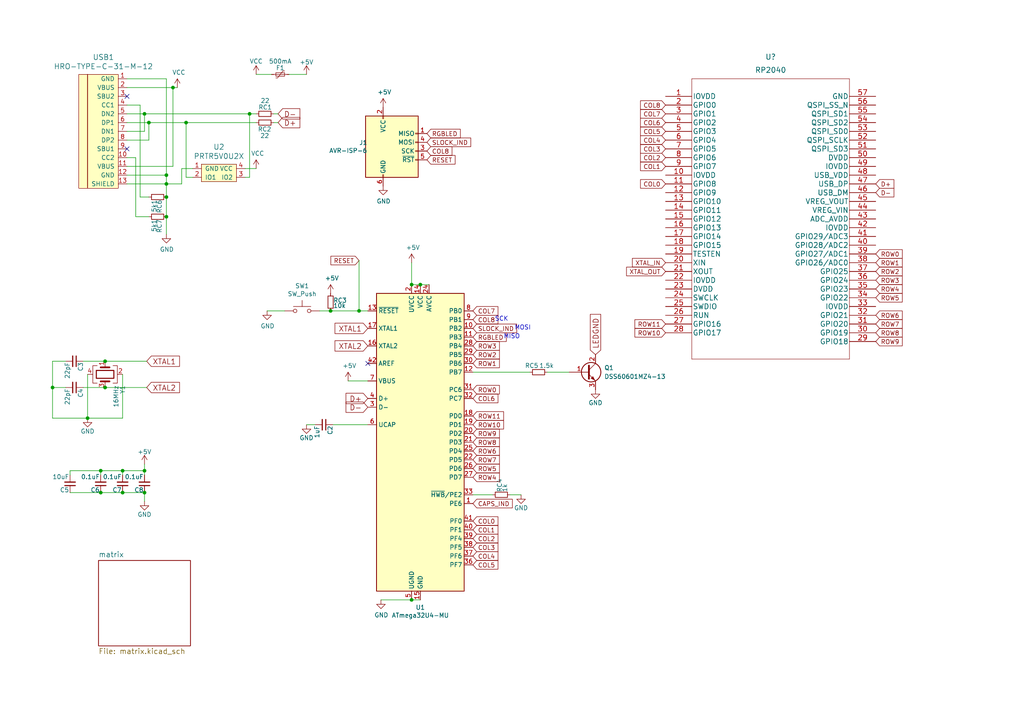
<source format=kicad_sch>
(kicad_sch (version 20211123) (generator eeschema)
  (paper "A4")
  (lib_symbols
    (symbol "Connector:AVR-ISP-6" (pin_names (offset 1.016))
      (property "Reference" "J" (at -6.35 11.43 0))
      (property "Value" "AVR-ISP-6" (at 0 11.43 0))
      (symbol "AVR-ISP-6_0_1"
        (rectangle (start -2.667 -6.858) (end -2.413 -7.62))
        (rectangle (start -2.667 10.16) (end -2.413 9.398))
        (rectangle (start 7.62 -2.413) (end 6.858 -2.667))
        (rectangle (start 7.62 0.127) (end 6.858 -0.127))
        (rectangle (start 7.62 2.667) (end 6.858 2.413))
        (rectangle (start 7.62 5.207) (end 6.858 4.953))
        (rectangle (start 7.62 10.16) (end -7.62 -7.62) (stroke (width 0.254)) (fill (type background)))
      )
      (symbol "AVR-ISP-6_1_1"
        (pin passive line (at 10.16 5.08 180) (length 2.54) (name "MISO") (number "1"))
        (pin passive line (at -2.54 12.7 270) (length 2.54) (name "VCC") (number "2"))
        (pin passive line (at 10.16 0 180) (length 2.54) (name "SCK") (number "3"))
        (pin passive line (at 10.16 2.54 180) (length 2.54) (name "MOSI") (number "4"))
        (pin passive line (at 10.16 -2.54 180) (length 2.54) (name "~{RST}") (number "5"))
        (pin passive line (at -2.54 -10.16 90) (length 2.54) (name "GND") (number "6"))
      )
    )
    (symbol "Device:C_Small" (pin_numbers hide) (pin_names (offset 0.254) hide)
      (property "Reference" "C" (at 0.254 1.778 0))
      (property "Value" "C_Small" (at 0.254 -2.032 0))
      (symbol "C_Small_0_1"
        (polyline (pts (xy -1.524 -0.508) (xy 1.524 -0.508)) (stroke (width 0.3302)))
        (polyline (pts (xy -1.524 0.508) (xy 1.524 0.508)) (stroke (width 0.3048)))
      )
      (symbol "C_Small_1_1"
        (pin passive line (at 0 2.54 270) (length 2.032) (name "~") (number "1"))
        (pin passive line (at 0 -2.54 90) (length 2.032) (name "~") (number "2"))
      )
    )
    (symbol "Device:Crystal_GND24" (pin_names (offset 1.016) hide)
      (property "Reference" "Y" (at 3.175 5.08 0))
      (property "Value" "Crystal_GND24" (at 3.175 3.175 0))
      (symbol "Crystal_GND24_0_1"
        (rectangle (start -1.143 2.54) (end 1.143 -2.54) (stroke (width 0.3048)))
        (polyline (pts (xy -2.54 0) (xy -2.032 0)))
        (polyline (pts (xy -2.032 -1.27) (xy -2.032 1.27)) (stroke (width 0.508)))
        (polyline (pts (xy 0 -3.81) (xy 0 -3.556)))
        (polyline (pts (xy 0 3.556) (xy 0 3.81)))
        (polyline (pts (xy 2.032 -1.27) (xy 2.032 1.27)) (stroke (width 0.508)))
        (polyline (pts (xy 2.032 0) (xy 2.54 0)))
        (polyline (pts (xy -2.54 -2.286) (xy -2.54 -3.556) (xy 2.54 -3.556) (xy 2.54 -2.286)))
        (polyline (pts (xy -2.54 2.286) (xy -2.54 3.556) (xy 2.54 3.556) (xy 2.54 2.286)))
      )
      (symbol "Crystal_GND24_1_1"
        (pin passive line (at -3.81 0 0) (length 1.27) (name "1") (number "1"))
        (pin passive line (at 0 5.08 270) (length 1.27) (name "2") (number "2"))
        (pin passive line (at 3.81 0 180) (length 1.27) (name "3") (number "3"))
        (pin passive line (at 0 -5.08 90) (length 1.27) (name "4") (number "4"))
      )
    )
    (symbol "Device:Polyfuse_Small" (pin_numbers hide) (pin_names (offset 0))
      (property "Reference" "F" (at -1.905 0 90))
      (property "Value" "Polyfuse_Small" (at 1.905 0 90))
      (symbol "Polyfuse_Small_0_1"
        (rectangle (start -0.508 1.27) (end 0.508 -1.27))
        (polyline (pts (xy 0 2.54) (xy 0 -2.54)))
        (polyline (pts (xy -1.016 1.27) (xy -1.016 0.762) (xy 1.016 -0.762) (xy 1.016 -1.27)))
      )
      (symbol "Polyfuse_Small_1_1"
        (pin passive line (at 0 2.54 270) (length 0.635) (name "~") (number "1"))
        (pin passive line (at 0 -2.54 90) (length 0.635) (name "~") (number "2"))
      )
    )
    (symbol "Device:Q_NPN_BCE" (pin_names (offset 0) hide)
      (property "Reference" "Q" (at 5.08 1.27 0))
      (property "Value" "Q_NPN_BCE" (at 5.08 -1.27 0))
      (symbol "Q_NPN_BCE_0_1"
        (polyline (pts (xy 0.635 0.635) (xy 2.54 2.54)))
        (polyline (pts (xy 0.635 -0.635) (xy 2.54 -2.54) (xy 2.54 -2.54)))
        (polyline (pts (xy 0.635 1.905) (xy 0.635 -1.905) (xy 0.635 -1.905)) (stroke (width 0.508)))
        (polyline (pts (xy 1.27 -1.778) (xy 1.778 -1.27) (xy 2.286 -2.286) (xy 1.27 -1.778) (xy 1.27 -1.778)) (fill (type outline)))
        (circle (center 1.27 0) (radius 2.8194) (stroke (width 0.254)))
      )
      (symbol "Q_NPN_BCE_1_1"
        (pin input line (at -5.08 0 0) (length 5.715) (name "B") (number "1"))
        (pin passive line (at 2.54 5.08 270) (length 2.54) (name "C") (number "2"))
        (pin passive line (at 2.54 -5.08 90) (length 2.54) (name "E") (number "3"))
      )
    )
    (symbol "Device:R_Small" (pin_numbers hide) (pin_names (offset 0.254) hide)
      (property "Reference" "R" (at 0.762 0.508 0))
      (property "Value" "R_Small" (at 0.762 -1.016 0))
      (symbol "R_Small_0_1"
        (rectangle (start -0.762 1.778) (end 0.762 -1.778) (stroke (width 0.2032)))
      )
      (symbol "R_Small_1_1"
        (pin passive line (at 0 2.54 270) (length 0.762) (name "~") (number "1"))
        (pin passive line (at 0 -2.54 90) (length 0.762) (name "~") (number "2"))
      )
    )
    (symbol "MCU_Microchip_ATmega:ATmega32U4-MU"
      (property "Reference" "U" (at -12.7 44.45 0))
      (property "Value" "MCU_Microchip_ATmega_ATmega32U4-MU" (at 2.54 -44.45 0))
      (symbol "ATmega32U4-MU_0_1"
        (rectangle (start -12.7 -43.18) (end 12.7 43.18) (stroke (width 0.254)) (fill (type background)))
      )
      (symbol "ATmega32U4-MU_1_1"
        (pin tri_state line (at 15.24 -17.78 180) (length 2.54) (name "PE6") (number "1"))
        (pin tri_state line (at 15.24 33.02 180) (length 2.54) (name "PB2") (number "10"))
        (pin tri_state line (at 15.24 30.48 180) (length 2.54) (name "PB3") (number "11"))
        (pin tri_state line (at 15.24 20.32 180) (length 2.54) (name "PB7") (number "12"))
        (pin input line (at -15.24 38.1 0) (length 2.54) (name "~{RESET}") (number "13"))
        (pin power_in line (at 0 45.72 270) (length 2.54) (name "VCC") (number "14"))
        (pin power_in line (at 0 -45.72 90) (length 2.54) (name "GND") (number "15"))
        (pin output line (at -15.24 27.94 0) (length 2.54) (name "XTAL2") (number "16"))
        (pin input line (at -15.24 33.02 0) (length 2.54) (name "XTAL1") (number "17"))
        (pin tri_state line (at 15.24 7.62 180) (length 2.54) (name "PD0") (number "18"))
        (pin tri_state line (at 15.24 5.08 180) (length 2.54) (name "PD1") (number "19"))
        (pin power_in line (at -2.54 45.72 270) (length 2.54) (name "UVCC") (number "2"))
        (pin tri_state line (at 15.24 2.54 180) (length 2.54) (name "PD2") (number "20"))
        (pin tri_state line (at 15.24 0 180) (length 2.54) (name "PD3") (number "21"))
        (pin tri_state line (at 15.24 -5.08 180) (length 2.54) (name "PD5") (number "22"))
        (pin passive line (at 0 -45.72 90) (length 2.54) hide (name "GND") (number "23"))
        (pin power_in line (at 2.54 45.72 270) (length 2.54) (name "AVCC") (number "24"))
        (pin tri_state line (at 15.24 -2.54 180) (length 2.54) (name "PD4") (number "25"))
        (pin tri_state line (at 15.24 -7.62 180) (length 2.54) (name "PD6") (number "26"))
        (pin tri_state line (at 15.24 -10.16 180) (length 2.54) (name "PD7") (number "27"))
        (pin tri_state line (at 15.24 27.94 180) (length 2.54) (name "PB4") (number "28"))
        (pin tri_state line (at 15.24 25.4 180) (length 2.54) (name "PB5") (number "29"))
        (pin bidirectional line (at -15.24 10.16 0) (length 2.54) (name "D-") (number "3"))
        (pin tri_state line (at 15.24 22.86 180) (length 2.54) (name "PB6") (number "30"))
        (pin tri_state line (at 15.24 15.24 180) (length 2.54) (name "PC6") (number "31"))
        (pin tri_state line (at 15.24 12.7 180) (length 2.54) (name "PC7") (number "32"))
        (pin tri_state line (at 15.24 -15.24 180) (length 2.54) (name "~{HWB}/PE2") (number "33"))
        (pin passive line (at 0 45.72 270) (length 2.54) hide (name "VCC") (number "34"))
        (pin passive line (at 0 -45.72 90) (length 2.54) hide (name "GND") (number "35"))
        (pin tri_state line (at 15.24 -35.56 180) (length 2.54) (name "PF7") (number "36"))
        (pin tri_state line (at 15.24 -33.02 180) (length 2.54) (name "PF6") (number "37"))
        (pin tri_state line (at 15.24 -30.48 180) (length 2.54) (name "PF5") (number "38"))
        (pin tri_state line (at 15.24 -27.94 180) (length 2.54) (name "PF4") (number "39"))
        (pin bidirectional line (at -15.24 12.7 0) (length 2.54) (name "D+") (number "4"))
        (pin tri_state line (at 15.24 -25.4 180) (length 2.54) (name "PF1") (number "40"))
        (pin tri_state line (at 15.24 -22.86 180) (length 2.54) (name "PF0") (number "41"))
        (pin passive line (at -15.24 22.86 0) (length 2.54) (name "AREF") (number "42"))
        (pin passive line (at 0 -45.72 90) (length 2.54) hide (name "GND") (number "43"))
        (pin passive line (at 2.54 45.72 270) (length 2.54) hide (name "AVCC") (number "44"))
        (pin passive line (at 0 -45.72 90) (length 2.54) hide (name "GND") (number "45"))
        (pin passive line (at -2.54 -45.72 90) (length 2.54) (name "UGND") (number "5"))
        (pin passive line (at -15.24 5.08 0) (length 2.54) (name "UCAP") (number "6"))
        (pin input line (at -15.24 17.78 0) (length 2.54) (name "VBUS") (number "7"))
        (pin tri_state line (at 15.24 38.1 180) (length 2.54) (name "PB0") (number "8"))
        (pin tri_state line (at 15.24 35.56 180) (length 2.54) (name "PB1") (number "9"))
      )
    )
    (symbol "Switch:SW_Push" (pin_numbers hide) (pin_names (offset 1.016) hide)
      (property "Reference" "SW" (at 1.27 2.54 0))
      (property "Value" "SW_Push" (at 0 -1.524 0))
      (symbol "SW_Push_0_1"
        (circle (center -2.032 0) (radius 0.508))
        (polyline (pts (xy 0 1.27) (xy 0 3.048)))
        (polyline (pts (xy 2.54 1.27) (xy -2.54 1.27)))
        (circle (center 2.032 0) (radius 0.508))
        (pin passive line (at -5.08 0 0) (length 2.54) (name "1") (number "1"))
        (pin passive line (at 5.08 0 180) (length 2.54) (name "2") (number "2"))
      )
    )
    (symbol "Type-C:HRO-TYPE-C-31-M-12" (pin_names (offset 1.016))
      (property "Reference" "USB" (at -5.08 16.51 0))
      (property "Value" "Type-C_HRO-TYPE-C-31-M-12" (at -10.16 -1.27 90))
      (symbol "HRO-TYPE-C-31-M-12_0_1"
        (rectangle (start -11.43 15.24) (end -8.89 -17.78) (fill (type background)))
        (rectangle (start 0 -17.78) (end -8.89 15.24) (fill (type background)))
      )
      (symbol "HRO-TYPE-C-31-M-12_1_1"
        (pin input line (at 2.54 13.97 180) (length 2.54) (name "GND") (number "1"))
        (pin input line (at 2.54 -8.89 180) (length 2.54) (name "CC2") (number "10"))
        (pin input line (at 2.54 -11.43 180) (length 2.54) (name "VBUS") (number "11"))
        (pin input line (at 2.54 -13.97 180) (length 2.54) (name "GND") (number "12"))
        (pin input line (at 2.54 -16.51 180) (length 2.54) (name "SHIELD") (number "13"))
        (pin input line (at 2.54 11.43 180) (length 2.54) (name "VBUS") (number "2"))
        (pin input line (at 2.54 8.89 180) (length 2.54) (name "SBU2") (number "3"))
        (pin input line (at 2.54 6.35 180) (length 2.54) (name "CC1") (number "4"))
        (pin input line (at 2.54 3.81 180) (length 2.54) (name "DN2") (number "5"))
        (pin input line (at 2.54 1.27 180) (length 2.54) (name "DP1") (number "6"))
        (pin input line (at 2.54 -1.27 180) (length 2.54) (name "DN1") (number "7"))
        (pin input line (at 2.54 -3.81 180) (length 2.54) (name "DP2") (number "8"))
        (pin input line (at 2.54 -6.35 180) (length 2.54) (name "SBU1") (number "9"))
      )
    )
    (symbol "ai03-locallib:PRTR5V0U2X" (pin_names (offset 1.016))
      (property "Reference" "U" (at 0 3.81 0))
      (property "Value" "ai03-locallib_PRTR5V0U2X" (at 0 -3.81 0))
      (symbol "PRTR5V0U2X_0_1"
        (rectangle (start -5.08 2.54) (end 5.08 -2.54) (fill (type background)))
      )
      (symbol "PRTR5V0U2X_1_1"
        (pin input line (at -7.62 1.27 0) (length 2.54) (name "GND") (number "1"))
        (pin input line (at -7.62 -1.27 0) (length 2.54) (name "IO1") (number "2"))
        (pin input line (at 7.62 -1.27 180) (length 2.54) (name "IO2") (number "3"))
        (pin input line (at 7.62 1.27 180) (length 2.54) (name "VCC") (number "4"))
      )
    )
    (symbol "power:+5V" (power) (pin_names (offset 0))
      (property "Value" "+5V" (at 0 3.556 0))
      (symbol "+5V_0_1"
        (polyline (pts (xy -0.762 1.27) (xy 0 2.54)))
        (polyline (pts (xy 0 0) (xy 0 2.54)))
        (polyline (pts (xy 0 2.54) (xy 0.762 1.27)))
      )
      (symbol "+5V_1_1"
        (pin power_in line (at 0 0 90) (length 0) hide (name "+5V") (number "1"))
      )
    )
    (symbol "power:GND" (power) (pin_names (offset 0))
      (property "Value" "GND" (at 0 -3.81 0))
      (symbol "GND_0_1"
        (polyline (pts (xy 0 0) (xy 0 -1.27) (xy 1.27 -1.27) (xy 0 -2.54) (xy -1.27 -1.27) (xy 0 -1.27)))
      )
      (symbol "GND_1_1"
        (pin power_in line (at 0 0 270) (length 0) hide (name "GND") (number "1"))
      )
    )
    (symbol "power:VCC" (power) (pin_names (offset 0))
      (property "Value" "VCC" (at 0 3.81 0))
      (symbol "VCC_0_1"
        (polyline (pts (xy -0.762 1.27) (xy 0 2.54)))
        (polyline (pts (xy 0 0) (xy 0 2.54)))
        (polyline (pts (xy 0 2.54) (xy 0.762 1.27)))
      )
      (symbol "VCC_1_1"
        (pin power_in line (at 0 0 90) (length 0) hide (name "VCC") (number "1"))
      )
    )
    (symbol "rp2040:RP2040" (pin_names (offset 0.254))
      (property "Reference" "U" (at 30.48 10.16 0))
      (property "Value" "RP2040" (at 30.48 7.62 0))
      (symbol "RP2040_1_1"
        (polyline (pts (xy 7.62 -76.2) (xy 53.34 -76.2)) (stroke (width 0.127)))
        (polyline (pts (xy 7.62 5.08) (xy 7.62 -76.2)) (stroke (width 0.127)))
        (polyline (pts (xy 53.34 -76.2) (xy 53.34 5.08)) (stroke (width 0.127)))
        (polyline (pts (xy 53.34 5.08) (xy 7.62 5.08)) (stroke (width 0.127)))
        (pin power_in line (at 0 0 0) (length 7.62) (name "IOVDD") (number "1"))
        (pin power_in line (at 0 -22.86 0) (length 7.62) (name "IOVDD") (number "10"))
        (pin bidirectional line (at 0 -25.4 0) (length 7.62) (name "GPIO8") (number "11"))
        (pin bidirectional line (at 0 -27.94 0) (length 7.62) (name "GPIO9") (number "12"))
        (pin bidirectional line (at 0 -30.48 0) (length 7.62) (name "GPIO10") (number "13"))
        (pin bidirectional line (at 0 -33.02 0) (length 7.62) (name "GPIO11") (number "14"))
        (pin bidirectional line (at 0 -35.56 0) (length 7.62) (name "GPIO12") (number "15"))
        (pin bidirectional line (at 0 -38.1 0) (length 7.62) (name "GPIO13") (number "16"))
        (pin bidirectional line (at 0 -40.64 0) (length 7.62) (name "GPIO14") (number "17"))
        (pin bidirectional line (at 0 -43.18 0) (length 7.62) (name "GPIO15") (number "18"))
        (pin unspecified line (at 0 -45.72 0) (length 7.62) (name "TESTEN") (number "19"))
        (pin bidirectional line (at 0 -2.54 0) (length 7.62) (name "GPIO0") (number "2"))
        (pin unspecified line (at 0 -48.26 0) (length 7.62) (name "XIN") (number "20"))
        (pin output line (at 0 -50.8 0) (length 7.62) (name "XOUT") (number "21"))
        (pin power_in line (at 0 -53.34 0) (length 7.62) (name "IOVDD") (number "22"))
        (pin power_in line (at 0 -55.88 0) (length 7.62) (name "DVDD") (number "23"))
        (pin unspecified line (at 0 -58.42 0) (length 7.62) (name "SWCLK") (number "24"))
        (pin unspecified line (at 0 -60.96 0) (length 7.62) (name "SWDIO") (number "25"))
        (pin unspecified line (at 0 -63.5 0) (length 7.62) (name "RUN") (number "26"))
        (pin bidirectional line (at 0 -66.04 0) (length 7.62) (name "GPIO16") (number "27"))
        (pin bidirectional line (at 0 -68.58 0) (length 7.62) (name "GPIO17") (number "28"))
        (pin bidirectional line (at 60.96 -71.12 180) (length 7.62) (name "GPIO18") (number "29"))
        (pin bidirectional line (at 0 -5.08 0) (length 7.62) (name "GPIO1") (number "3"))
        (pin bidirectional line (at 60.96 -68.58 180) (length 7.62) (name "GPIO19") (number "30"))
        (pin bidirectional line (at 60.96 -66.04 180) (length 7.62) (name "GPIO20") (number "31"))
        (pin bidirectional line (at 60.96 -63.5 180) (length 7.62) (name "GPIO21") (number "32"))
        (pin power_in line (at 60.96 -60.96 180) (length 7.62) (name "IOVDD") (number "33"))
        (pin bidirectional line (at 60.96 -58.42 180) (length 7.62) (name "GPIO22") (number "34"))
        (pin bidirectional line (at 60.96 -55.88 180) (length 7.62) (name "GPIO23") (number "35"))
        (pin bidirectional line (at 60.96 -53.34 180) (length 7.62) (name "GPIO24") (number "36"))
        (pin bidirectional line (at 60.96 -50.8 180) (length 7.62) (name "GPIO25") (number "37"))
        (pin bidirectional line (at 60.96 -48.26 180) (length 7.62) (name "GPIO26/ADC0") (number "38"))
        (pin bidirectional line (at 60.96 -45.72 180) (length 7.62) (name "GPIO27/ADC1") (number "39"))
        (pin bidirectional line (at 0 -7.62 0) (length 7.62) (name "GPIO2") (number "4"))
        (pin bidirectional line (at 60.96 -43.18 180) (length 7.62) (name "GPIO28/ADC2") (number "40"))
        (pin bidirectional line (at 60.96 -40.64 180) (length 7.62) (name "GPIO29/ADC3") (number "41"))
        (pin power_in line (at 60.96 -38.1 180) (length 7.62) (name "IOVDD") (number "42"))
        (pin power_in line (at 60.96 -35.56 180) (length 7.62) (name "ADC_AVDD") (number "43"))
        (pin unspecified line (at 60.96 -33.02 180) (length 7.62) (name "VREG_VIN") (number "44"))
        (pin output line (at 60.96 -30.48 180) (length 7.62) (name "VREG_VOUT") (number "45"))
        (pin unspecified line (at 60.96 -27.94 180) (length 7.62) (name "USB_DM") (number "46"))
        (pin unspecified line (at 60.96 -25.4 180) (length 7.62) (name "USB_DP") (number "47"))
        (pin power_in line (at 60.96 -22.86 180) (length 7.62) (name "USB_VDD") (number "48"))
        (pin power_in line (at 60.96 -20.32 180) (length 7.62) (name "IOVDD") (number "49"))
        (pin bidirectional line (at 0 -10.16 0) (length 7.62) (name "GPIO3") (number "5"))
        (pin power_in line (at 60.96 -17.78 180) (length 7.62) (name "DVDD") (number "50"))
        (pin bidirectional line (at 60.96 -15.24 180) (length 7.62) (name "QSPI_SD3") (number "51"))
        (pin unspecified line (at 60.96 -12.7 180) (length 7.62) (name "QSPI_SCLK") (number "52"))
        (pin bidirectional line (at 60.96 -10.16 180) (length 7.62) (name "QSPI_SD0") (number "53"))
        (pin bidirectional line (at 60.96 -7.62 180) (length 7.62) (name "QSPI_SD2") (number "54"))
        (pin bidirectional line (at 60.96 -5.08 180) (length 7.62) (name "QSPI_SD1") (number "55"))
        (pin unspecified line (at 60.96 -2.54 180) (length 7.62) (name "QSPI_SS_N") (number "56"))
        (pin power_in line (at 60.96 0 180) (length 7.62) (name "GND") (number "57"))
        (pin bidirectional line (at 0 -12.7 0) (length 7.62) (name "GPIO4") (number "6"))
        (pin bidirectional line (at 0 -15.24 0) (length 7.62) (name "GPIO5") (number "7"))
        (pin bidirectional line (at 0 -17.78 0) (length 7.62) (name "GPIO6") (number "8"))
        (pin bidirectional line (at 0 -20.32 0) (length 7.62) (name "GPIO7") (number "9"))
      )
    )
  )
  (junction (at 104.14 90.17))
  (junction (at 41.91 136.525))
  (junction (at 25.4 121.285))
  (junction (at 48.26 50.8))
  (junction (at 48.26 62.865))
  (junction (at 41.91 33.02))
  (junction (at 48.26 53.34))
  (junction (at 119.38 82.55))
  (junction (at 43.18 35.56))
  (junction (at 30.48 104.775))
  (junction (at 50.165 25.4))
  (junction (at 121.92 82.55))
  (junction (at 35.56 136.525))
  (junction (at 119.38 173.99))
  (junction (at 72.39 33.02))
  (junction (at 30.48 112.395))
  (junction (at 53.975 35.56))
  (junction (at 35.56 142.875))
  (junction (at 29.21 136.525))
  (junction (at 41.91 142.875))
  (junction (at 48.26 57.15))
  (junction (at 29.21 142.875))
  (junction (at 95.885 90.17))
  (junction (at 15.24 112.395))
  (no_connect (at 36.83 27.94))
  (no_connect (at 106.68 105.41))
  (no_connect (at 36.83 43.18))
  (wire (pts (xy 48.26 53.34) (xy 48.26 50.8)))
  (wire (pts (xy 158.75 107.95) (xy 165.1 107.95)))
  (wire (pts (xy 110.49 173.99) (xy 119.38 173.99)))
  (wire (pts (xy 121.92 82.55) (xy 124.46 82.55)))
  (wire (pts (xy 15.24 104.775) (xy 15.24 112.395)))
  (wire (pts (xy 48.26 50.8) (xy 36.83 50.8)))
  (wire (pts (xy 100.965 110.49) (xy 106.68 110.49)))
  (wire (pts (xy 41.91 33.02) (xy 72.39 33.02)))
  (wire (pts (xy 19.05 104.775) (xy 15.24 104.775)))
  (wire (pts (xy 153.67 107.95) (xy 137.16 107.95)))
  (wire (pts (xy 41.91 142.875) (xy 41.91 145.415)))
  (wire (pts (xy 39.37 45.72) (xy 39.37 62.865)))
  (wire (pts (xy 147.955 143.51) (xy 151.13 143.51)))
  (wire (pts (xy 15.24 112.395) (xy 19.05 112.395)))
  (wire (pts (xy 52.705 48.895) (xy 55.88 48.895)))
  (wire (pts (xy 40.64 57.15) (xy 43.18 57.15)))
  (wire (pts (xy 40.64 30.48) (xy 36.83 30.48)))
  (wire (pts (xy 50.165 48.26) (xy 50.165 25.4)))
  (wire (pts (xy 36.83 22.86) (xy 48.26 22.86)))
  (wire (pts (xy 29.21 136.525) (xy 35.56 136.525)))
  (wire (pts (xy 35.56 142.875) (xy 41.91 142.875)))
  (wire (pts (xy 95.885 90.17) (xy 104.14 90.17)))
  (wire (pts (xy 35.56 136.525) (xy 41.91 136.525)))
  (wire (pts (xy 43.18 35.56) (xy 36.83 35.56)))
  (wire (pts (xy 48.26 53.34) (xy 48.26 57.15)))
  (wire (pts (xy 48.26 57.15) (xy 48.26 62.865)))
  (wire (pts (xy 53.975 51.435) (xy 53.975 35.56)))
  (wire (pts (xy 104.14 90.17) (xy 106.68 90.17)))
  (wire (pts (xy 41.91 38.1) (xy 36.83 38.1)))
  (wire (pts (xy 30.48 112.395) (xy 42.545 112.395)))
  (wire (pts (xy 35.56 136.525) (xy 35.56 137.795)))
  (wire (pts (xy 119.38 173.99) (xy 121.92 173.99)))
  (wire (pts (xy 24.13 112.395) (xy 30.48 112.395)))
  (wire (pts (xy 35.56 121.285) (xy 35.56 108.585)))
  (wire (pts (xy 79.375 33.02) (xy 80.645 33.02)))
  (wire (pts (xy 142.875 143.51) (xy 137.16 143.51)))
  (wire (pts (xy 96.52 123.19) (xy 106.68 123.19)))
  (wire (pts (xy 82.55 90.17) (xy 77.47 90.17)))
  (wire (pts (xy 92.71 90.17) (xy 95.885 90.17)))
  (wire (pts (xy 25.4 121.285) (xy 25.4 108.585)))
  (wire (pts (xy 25.4 121.285) (xy 35.56 121.285)))
  (wire (pts (xy 43.18 40.64) (xy 43.18 35.56)))
  (wire (pts (xy 36.83 45.72) (xy 39.37 45.72)))
  (wire (pts (xy 51.435 25.4) (xy 50.165 25.4)))
  (wire (pts (xy 88.9 123.19) (xy 91.44 123.19)))
  (wire (pts (xy 36.83 33.02) (xy 41.91 33.02)))
  (wire (pts (xy 15.24 112.395) (xy 15.24 121.285)))
  (wire (pts (xy 104.14 75.565) (xy 104.14 90.17)))
  (wire (pts (xy 20.32 142.875) (xy 29.21 142.875)))
  (wire (pts (xy 36.83 53.34) (xy 48.26 53.34)))
  (wire (pts (xy 29.21 142.875) (xy 35.56 142.875)))
  (wire (pts (xy 55.88 51.435) (xy 53.975 51.435)))
  (wire (pts (xy 74.295 21.59) (xy 78.74 21.59)))
  (wire (pts (xy 41.91 134.62) (xy 41.91 136.525)))
  (wire (pts (xy 48.26 62.865) (xy 48.26 67.945)))
  (wire (pts (xy 53.975 35.56) (xy 74.295 35.56)))
  (wire (pts (xy 48.26 22.86) (xy 48.26 50.8)))
  (wire (pts (xy 36.83 40.64) (xy 43.18 40.64)))
  (wire (pts (xy 41.91 136.525) (xy 41.91 137.795)))
  (wire (pts (xy 71.12 51.435) (xy 72.39 51.435)))
  (wire (pts (xy 119.38 82.55) (xy 121.92 82.55)))
  (wire (pts (xy 48.26 53.34) (xy 52.705 53.34)))
  (wire (pts (xy 36.83 48.26) (xy 50.165 48.26)))
  (wire (pts (xy 43.18 35.56) (xy 53.975 35.56)))
  (wire (pts (xy 15.24 121.285) (xy 25.4 121.285)))
  (wire (pts (xy 20.32 136.525) (xy 20.32 137.795)))
  (wire (pts (xy 41.91 33.02) (xy 41.91 38.1)))
  (wire (pts (xy 119.38 76.2) (xy 119.38 82.55)))
  (wire (pts (xy 50.165 25.4) (xy 36.83 25.4)))
  (wire (pts (xy 29.21 136.525) (xy 29.21 137.795)))
  (wire (pts (xy 72.39 33.02) (xy 74.295 33.02)))
  (wire (pts (xy 30.48 104.775) (xy 42.545 104.775)))
  (wire (pts (xy 52.705 53.34) (xy 52.705 48.895)))
  (wire (pts (xy 24.13 104.775) (xy 30.48 104.775)))
  (wire (pts (xy 40.64 57.15) (xy 40.64 30.48)))
  (wire (pts (xy 80.645 35.56) (xy 79.375 35.56)))
  (wire (pts (xy 74.295 48.895) (xy 71.12 48.895)))
  (wire (pts (xy 83.82 21.59) (xy 88.9 21.59)))
  (wire (pts (xy 39.37 62.865) (xy 43.18 62.865)))
  (wire (pts (xy 20.32 136.525) (xy 29.21 136.525)))
  (wire (pts (xy 72.39 51.435) (xy 72.39 33.02)))
  (text "MISO" (at 146.05 98.425 0) (effects (font (size 1.27 1.27)) (justify left bottom)))
  (text "MOSI" (at 149.225 95.885 0) (effects (font (size 1.27 1.27)) (justify left bottom)))
  (text "SCK" (at 143.51 93.345 0) (effects (font (size 1.27 1.27)) (justify left bottom)))
  (global_label "XTAL1" (shape input) (at 42.545 104.775 0) (effects (font (size 1.524 1.524))) (property "Intersheet References" "${INTERSHEET_REFS}" (effects hide)))
  (global_label "RESET" (shape input) (at 104.14 75.565 180) (property "Intersheet References" "${INTERSHEET_REFS}" (effects hide)))
  (global_label "ROW0" (shape input) (at 137.16 113.03 0) (property "Intersheet References" "${INTERSHEET_REFS}" (effects hide)))
  (global_label "COL4" (shape input) (at 193.04 40.64 180) (property "Intersheet References" "${INTERSHEET_REFS}" (effects hide)))
  (global_label "ROW3" (shape input) (at 254 81.28 0) (property "Intersheet References" "${INTERSHEET_REFS}" (effects hide)))
  (global_label "ROW11" (shape input) (at 137.16 120.65 0) (property "Intersheet References" "${INTERSHEET_REFS}" (effects hide)))
  (global_label "COL3" (shape input) (at 193.04 43.18 180) (property "Intersheet References" "${INTERSHEET_REFS}" (effects hide)))
  (global_label "ROW9" (shape input) (at 254 99.06 0) (property "Intersheet References" "${INTERSHEET_REFS}" (effects hide)))
  (global_label "COL1" (shape input) (at 193.04 48.26 180) (property "Intersheet References" "${INTERSHEET_REFS}" (effects hide)))
  (global_label "RGBLED" (shape input) (at 123.825 38.735 0) (property "Intersheet References" "${INTERSHEET_REFS}" (effects hide)))
  (global_label "ROW8" (shape input) (at 254 96.52 0) (property "Intersheet References" "${INTERSHEET_REFS}" (effects hide)))
  (global_label "ROW6" (shape input) (at 254 91.44 0) (property "Intersheet References" "${INTERSHEET_REFS}" (effects hide)))
  (global_label "COL2" (shape input) (at 193.04 45.72 180) (property "Intersheet References" "${INTERSHEET_REFS}" (effects hide)))
  (global_label "COL0" (shape input) (at 193.04 53.34 180) (property "Intersheet References" "${INTERSHEET_REFS}" (effects hide)))
  (global_label "ROW9" (shape input) (at 137.16 125.73 0) (property "Intersheet References" "${INTERSHEET_REFS}" (effects hide)))
  (global_label "ROW4" (shape input) (at 137.16 138.43 0) (property "Intersheet References" "${INTERSHEET_REFS}" (effects hide)))
  (global_label "COL8" (shape input) (at 137.16 92.71 0) (property "Intersheet References" "${INTERSHEET_REFS}" (effects hide)))
  (global_label "D-" (shape input) (at 80.645 33.02 0) (effects (font (size 1.524 1.524))) (property "Intersheet References" "${INTERSHEET_REFS}" (effects hide)))
  (global_label "D+" (shape input) (at 80.645 35.56 0) (effects (font (size 1.524 1.524))) (property "Intersheet References" "${INTERSHEET_REFS}" (effects hide)))
  (global_label "XTAL_IN" (shape input) (at 193.04 76.2 180) (property "Intersheet References" "${INTERSHEET_REFS}" (effects hide)))
  (global_label "COL3" (shape input) (at 137.16 158.75 0) (property "Intersheet References" "${INTERSHEET_REFS}" (effects hide)))
  (global_label "D+" (shape input) (at 254 53.34 0) (property "Intersheet References" "${INTERSHEET_REFS}" (effects hide)))
  (global_label "SLOCK_IND" (shape input) (at 123.825 41.275 0) (property "Intersheet References" "${INTERSHEET_REFS}" (effects hide)))
  (global_label "ROW5" (shape input) (at 254 86.36 0) (property "Intersheet References" "${INTERSHEET_REFS}" (effects hide)))
  (global_label "RESET" (shape input) (at 123.825 46.355 0) (property "Intersheet References" "${INTERSHEET_REFS}" (effects hide)))
  (global_label "ROW1" (shape input) (at 254 76.2 0) (property "Intersheet References" "${INTERSHEET_REFS}" (effects hide)))
  (global_label "CAPS_IND" (shape input) (at 137.16 146.05 0) (property "Intersheet References" "${INTERSHEET_REFS}" (effects hide)))
  (global_label "ROW5" (shape input) (at 137.16 135.89 0) (property "Intersheet References" "${INTERSHEET_REFS}" (effects hide)))
  (global_label "COL5" (shape input) (at 137.16 163.83 0) (property "Intersheet References" "${INTERSHEET_REFS}" (effects hide)))
  (global_label "ROW11" (shape input) (at 193.04 93.98 180) (property "Intersheet References" "${INTERSHEET_REFS}" (effects hide)))
  (global_label "ROW1" (shape input) (at 137.16 105.41 0) (property "Intersheet References" "${INTERSHEET_REFS}" (effects hide)))
  (global_label "ROW7" (shape input) (at 254 93.98 0) (property "Intersheet References" "${INTERSHEET_REFS}" (effects hide)))
  (global_label "COL6" (shape input) (at 137.16 115.57 0) (property "Intersheet References" "${INTERSHEET_REFS}" (effects hide)))
  (global_label "XTAL2" (shape input) (at 42.545 112.395 0) (effects (font (size 1.524 1.524))) (property "Intersheet References" "${INTERSHEET_REFS}" (effects hide)))
  (global_label "COL5" (shape input) (at 193.04 38.1 180) (property "Intersheet References" "${INTERSHEET_REFS}" (effects hide)))
  (global_label "LEDGND" (shape input) (at 172.72 102.87 90) (effects (font (size 1.524 1.524))) (property "Intersheet References" "${INTERSHEET_REFS}" (effects hide)))
  (global_label "COL7" (shape input) (at 137.16 90.17 0) (property "Intersheet References" "${INTERSHEET_REFS}" (effects hide)))
  (global_label "COL2" (shape input) (at 137.16 156.21 0) (property "Intersheet References" "${INTERSHEET_REFS}" (effects hide)))
  (global_label "COL8" (shape input) (at 123.825 43.815 0) (property "Intersheet References" "${INTERSHEET_REFS}" (effects hide)))
  (global_label "ROW10" (shape input) (at 137.16 123.19 0) (property "Intersheet References" "${INTERSHEET_REFS}" (effects hide)))
  (global_label "D-" (shape input) (at 106.68 118.11 180) (effects (font (size 1.524 1.524))) (property "Intersheet References" "${INTERSHEET_REFS}" (effects hide)))
  (global_label "COL4" (shape input) (at 137.16 161.29 0) (property "Intersheet References" "${INTERSHEET_REFS}" (effects hide)))
  (global_label "ROW8" (shape input) (at 137.16 128.27 0) (property "Intersheet References" "${INTERSHEET_REFS}" (effects hide)))
  (global_label "XTAL_OUT" (shape input) (at 193.04 78.74 180) (property "Intersheet References" "${INTERSHEET_REFS}" (effects hide)))
  (global_label "D-" (shape input) (at 254 55.88 0) (property "Intersheet References" "${INTERSHEET_REFS}" (effects hide)))
  (global_label "SLOCK_IND" (shape input) (at 137.16 95.25 0) (property "Intersheet References" "${INTERSHEET_REFS}" (effects hide)))
  (global_label "COL0" (shape input) (at 137.16 151.13 0) (property "Intersheet References" "${INTERSHEET_REFS}" (effects hide)))
  (global_label "ROW3" (shape input) (at 137.16 100.33 0) (property "Intersheet References" "${INTERSHEET_REFS}" (effects hide)))
  (global_label "ROW0" (shape input) (at 254 73.66 0) (property "Intersheet References" "${INTERSHEET_REFS}" (effects hide)))
  (global_label "RGBLED" (shape input) (at 137.16 97.79 0) (property "Intersheet References" "${INTERSHEET_REFS}" (effects hide)))
  (global_label "D+" (shape input) (at 106.68 115.57 180) (effects (font (size 1.524 1.524))) (property "Intersheet References" "${INTERSHEET_REFS}" (effects hide)))
  (global_label "ROW6" (shape input) (at 137.16 130.81 0) (property "Intersheet References" "${INTERSHEET_REFS}" (effects hide)))
  (global_label "XTAL1" (shape input) (at 106.68 95.25 180) (effects (font (size 1.524 1.524))) (property "Intersheet References" "${INTERSHEET_REFS}" (effects hide)))
  (global_label "XTAL2" (shape input) (at 106.68 100.33 180) (effects (font (size 1.524 1.524))) (property "Intersheet References" "${INTERSHEET_REFS}" (effects hide)))
  (global_label "COL7" (shape input) (at 193.04 33.02 180) (property "Intersheet References" "${INTERSHEET_REFS}" (effects hide)))
  (global_label "COL6" (shape input) (at 193.04 35.56 180) (property "Intersheet References" "${INTERSHEET_REFS}" (effects hide)))
  (global_label "ROW2" (shape input) (at 254 78.74 0) (property "Intersheet References" "${INTERSHEET_REFS}" (effects hide)))
  (global_label "COL1" (shape input) (at 137.16 153.67 0) (property "Intersheet References" "${INTERSHEET_REFS}" (effects hide)))
  (global_label "ROW4" (shape input) (at 254 83.82 0) (property "Intersheet References" "${INTERSHEET_REFS}" (effects hide)))
  (global_label "ROW7" (shape input) (at 137.16 133.35 0) (property "Intersheet References" "${INTERSHEET_REFS}" (effects hide)))
  (global_label "ROW10" (shape input) (at 193.04 96.52 180) (property "Intersheet References" "${INTERSHEET_REFS}" (effects hide)))
  (global_label "COL8" (shape input) (at 193.04 30.48 180) (property "Intersheet References" "${INTERSHEET_REFS}" (effects hide)))
  (global_label "ROW2" (shape input) (at 137.16 102.87 0) (property "Intersheet References" "${INTERSHEET_REFS}" (effects hide)))
  (symbol (lib_id "Device:Polyfuse_Small") (at 81.28 21.59 270) (unit 1)
    (property "Reference" "F1" (at 81.28 19.685 90))
    (property "Value" "500mA" (at 81.28 17.78 90))
    (property "Footprint" "Fuse_Holders_and_Fuses:Fuse_SMD1206_Wave" (effects hide))
  )
  (symbol (lib_id "power:+5V") (at 88.9 21.59 0) (unit 1)
    (property "Reference" "#PWR01" (effects hide))
    (property "Value" "+5V" (at 88.9 18.034 0))
  )
  (symbol (lib_id "Device:R_Small") (at 76.835 33.02 270) (unit 1)
    (property "Reference" "RC1" (at 74.93 31.115 90) (effects (justify left)))
    (property "Value" "22" (at 75.565 29.21 90) (effects (justify left)))
    (property "Footprint" "locallib:R_0603" (effects hide))
  )
  (symbol (lib_id "Device:R_Small") (at 76.835 35.56 90) (unit 1)
    (property "Reference" "RC2" (at 78.74 37.465 90) (effects (justify left)))
    (property "Value" "22" (at 78.105 39.37 90) (effects (justify left)))
    (property "Footprint" "locallib:R_0603" (effects hide))
  )
  (symbol (lib_id "Device:Q_NPN_BCE") (at 170.18 107.95 0) (unit 1)
    (property "Reference" "Q1" (at 175.26 106.68 0) (effects (justify left)))
    (property "Value" "DSS60601MZ4-13" (at 175.26 109.22 0) (effects (justify left)))
    (property "Footprint" "TO_SOT_Packages_SMD:SOT-223-3_TabPin2" (effects hide))
  )
  (symbol (lib_id "power:GND") (at 172.72 113.03 0) (unit 1)
    (property "Reference" "#PWR02" (effects hide))
    (property "Value" "GND" (at 172.72 116.84 0))
  )
  (symbol (lib_id "Device:R_Small") (at 156.21 107.95 90) (unit 1)
    (property "Reference" "RC5" (at 156.21 106.045 90) (effects (justify left)))
    (property "Value" "1.5k" (at 160.655 106.045 90) (effects (justify left)))
    (property "Footprint" "locallib:R_0603" (effects hide))
  )
  (symbol (lib_id "power:VCC") (at 74.295 21.59 0) (unit 1)
    (property "Reference" "#PWR03" (effects hide))
    (property "Value" "VCC" (at 74.295 17.78 0))
  )
  (symbol (lib_id "Device:R_Small") (at 95.885 87.63 0) (unit 1)
    (property "Reference" "RC3" (at 96.647 87.122 0) (effects (justify left)))
    (property "Value" "10k" (at 96.647 88.646 0) (effects (justify left)))
    (property "Footprint" "locallib:R_0603" (effects hide))
  )
  (symbol (lib_id "Device:C_Small") (at 93.98 123.19 270) (unit 1)
    (property "Reference" "C2" (at 95.758 123.444 0) (effects (justify left)))
    (property "Value" "1uF" (at 91.948 123.444 0) (effects (justify left)))
    (property "Footprint" "locallib:C_0603" (effects hide))
  )
  (symbol (lib_id "power:GND") (at 88.9 123.19 0) (unit 1)
    (property "Reference" "#PWR08" (effects hide))
    (property "Value" "GND" (at 88.9 127 0))
  )
  (symbol (lib_id "Device:Crystal_GND24") (at 30.48 108.585 270) (unit 1)
    (property "Reference" "Y1" (at 35.56 111.76 0) (effects (justify left)))
    (property "Value" "16MHz" (at 33.655 111.76 0) (effects (justify left)))
    (property "Footprint" "locallib:Crystal_SMD_3225-4pin_3.2x2.5mm" (effects hide))
  )
  (symbol (lib_id "power:GND") (at 25.4 121.285 0) (unit 1)
    (property "Reference" "#PWR09" (effects hide))
    (property "Value" "GND" (at 25.4 125.095 0))
  )
  (symbol (lib_id "Device:C_Small") (at 21.59 104.775 270) (unit 1)
    (property "Reference" "C3" (at 23.368 105.029 0) (effects (justify left)))
    (property "Value" "22pF" (at 19.558 105.029 0) (effects (justify left)))
    (property "Footprint" "locallib:C_0603" (effects hide))
  )
  (symbol (lib_id "Device:C_Small") (at 21.59 112.395 270) (unit 1)
    (property "Reference" "C4" (at 23.368 112.649 0) (effects (justify left)))
    (property "Value" "22pF" (at 19.558 112.649 0) (effects (justify left)))
    (property "Footprint" "locallib:C_0603" (effects hide))
  )
  (symbol (lib_id "Device:R_Small") (at 145.415 143.51 90) (unit 1)
    (property "Reference" "RC4" (at 144.907 142.748 0) (effects (justify left)))
    (property "Value" "1k" (at 146.431 142.748 0) (effects (justify left)))
    (property "Footprint" "locallib:R_0603" (effects hide))
  )
  (symbol (lib_id "power:GND") (at 151.13 143.51 0) (unit 1)
    (property "Reference" "#PWR011" (effects hide))
    (property "Value" "GND" (at 151.13 147.32 0))
  )
  (symbol (lib_id "Device:C_Small") (at 29.21 140.335 180) (unit 1)
    (property "Reference" "C6" (at 28.956 142.113 0) (effects (justify left)))
    (property "Value" "0.1uF" (at 28.956 138.303 0) (effects (justify left)))
    (property "Footprint" "locallib:C_0603" (effects hide))
  )
  (symbol (lib_id "Device:C_Small") (at 35.56 140.335 180) (unit 1)
    (property "Reference" "C7" (at 35.306 142.113 0) (effects (justify left)))
    (property "Value" "0.1uF" (at 35.306 138.303 0) (effects (justify left)))
    (property "Footprint" "locallib:C_0603" (effects hide))
  )
  (symbol (lib_id "Device:C_Small") (at 41.91 140.335 180) (unit 1)
    (property "Reference" "C8" (at 41.656 142.113 0) (effects (justify left)))
    (property "Value" "0.1uF" (at 41.656 138.303 0) (effects (justify left)))
    (property "Footprint" "locallib:C_0603" (effects hide))
  )
  (symbol (lib_id "Device:C_Small") (at 20.32 140.335 180) (unit 1)
    (property "Reference" "C5" (at 20.066 142.113 0) (effects (justify left)))
    (property "Value" "10uF" (at 20.066 138.303 0) (effects (justify left)))
    (property "Footprint" "locallib:C_0603" (effects hide))
  )
  (symbol (lib_id "power:GND") (at 41.91 145.415 0) (unit 1)
    (property "Reference" "#PWR012" (effects hide))
    (property "Value" "GND" (at 41.91 149.225 0))
  )
  (symbol (lib_id "power:+5V") (at 41.91 134.62 0) (unit 1)
    (property "Reference" "#PWR013" (effects hide))
    (property "Value" "+5V" (at 41.91 131.064 0))
  )
  (symbol (lib_id "Connector:AVR-ISP-6") (at 113.665 43.815 0) (unit 1)
    (property "Reference" "J1" (at 106.553 41.3766 0) (effects (justify right)))
    (property "Value" "AVR-ISP-6" (at 106.553 43.688 0) (effects (justify right)))
    (property "Footprint" "random-keyboard-parts:Reset_Pretty-Mask" (effects hide))
    (property "Datasheet" " ~" (effects hide))
  )
  (symbol (lib_id "power:+5V") (at 111.125 31.115 0) (unit 1)
    (property "Reference" "#PWR0101" (effects hide))
    (property "Value" "+5V" (at 111.506 26.7208 0))
  )
  (symbol (lib_id "power:GND") (at 111.125 53.975 0) (unit 1)
    (property "Reference" "#PWR0102" (effects hide))
    (property "Value" "GND" (at 111.252 58.3692 0))
  )
  (symbol (lib_id "Type-C:HRO-TYPE-C-31-M-12") (at 34.29 36.83 0) (unit 1)
    (property "Reference" "USB1" (at 29.9974 16.5862 0) (effects (font (size 1.524 1.524))))
    (property "Value" "HRO-TYPE-C-31-M-12" (at 29.9974 19.2786 0) (effects (font (size 1.524 1.524))))
    (property "Footprint" "Type-C:HRO-TYPE-C-31-M-12-Assembly" (effects hide))
  )
  (symbol (lib_id "power:VCC") (at 51.435 25.4 0) (unit 1)
    (property "Reference" "#PWR04" (effects hide))
    (property "Value" "VCC" (at 51.8668 21.0058 0))
  )
  (symbol (lib_id "power:GND") (at 48.26 67.945 0) (unit 1)
    (property "Reference" "#PWR016" (effects hide))
    (property "Value" "GND" (at 48.387 72.3392 0))
  )
  (symbol (lib_id "ai03-locallib:PRTR5V0U2X") (at 63.5 50.165 0) (unit 1)
    (property "Reference" "U2" (at 63.5 42.6212 0) (effects (font (size 1.524 1.524))))
    (property "Value" "PRTR5V0U2X" (at 63.5 45.3136 0) (effects (font (size 1.524 1.524))))
    (property "Footprint" "locallib:SOT143B" (effects hide))
  )
  (symbol (lib_id "power:VCC") (at 74.295 48.895 0) (unit 1)
    (property "Reference" "#PWR015" (effects hide))
    (property "Value" "VCC" (at 74.7268 44.5008 0))
  )
  (symbol (lib_id "Switch:SW_Push") (at 87.63 90.17 0) (unit 1)
    (property "Reference" "SW1" (at 87.63 82.931 0))
    (property "Value" "SW_Push" (at 87.63 85.2424 0))
    (property "Footprint" "random-keyboard-parts:SKQG-1155865" (effects hide))
  )
  (symbol (lib_id "power:GND") (at 77.47 90.17 0) (unit 1)
    (property "Reference" "#PWR0106" (effects hide))
    (property "Value" "GND" (at 77.597 94.5642 0))
  )
  (symbol (lib_id "MCU_Microchip_ATmega:ATmega32U4-MU") (at 121.92 128.27 0) (unit 1)
    (property "Reference" "U1" (at 121.92 176.1744 0))
    (property "Value" "ATmega32U4-MU" (at 121.92 178.4858 0))
    (property "Footprint" "locallib:QFN-44-1EP_7x7mm_Pitch0.5mm" (effects hide))
    (property "Datasheet" "http://ww1.microchip.com/downloads/en/DeviceDoc/Atmel-7766-8-bit-AVR-ATmega16U4-32U4_Datasheet.pdf" (effects hide))
  )
  (symbol (lib_id "power:+5V") (at 100.965 110.49 0) (unit 1)
    (property "Reference" "#PWR0104" (effects hide))
    (property "Value" "+5V" (at 101.346 106.0958 0))
  )
  (symbol (lib_id "power:+5V") (at 119.38 76.2 0) (unit 1)
    (property "Reference" "#PWR0105" (effects hide))
    (property "Value" "+5V" (at 119.761 71.8058 0))
  )
  (symbol (lib_id "power:GND") (at 110.49 173.99 0) (unit 1)
    (property "Reference" "#PWR0145" (effects hide))
    (property "Value" "GND" (at 110.617 178.3842 0))
  )
  (symbol (lib_id "power:+5V") (at 95.885 85.09 0) (unit 1)
    (property "Reference" "#PWR0103" (effects hide))
    (property "Value" "+5V" (at 96.266 80.6958 0))
  )
  (symbol (lib_id "Device:R_Small") (at 45.72 57.15 270) (unit 1)
    (property "Reference" "RC6" (at 46.228 57.912 0) (effects (justify left)))
    (property "Value" "5k1" (at 44.704 57.912 0) (effects (justify left)))
    (property "Footprint" "locallib:R_0603" (effects hide))
  )
  (symbol (lib_id "Device:R_Small") (at 45.72 62.865 270) (unit 1)
    (property "Reference" "RC7" (at 46.228 63.627 0) (effects (justify left)))
    (property "Value" "5k1" (at 44.704 63.627 0) (effects (justify left)))
    (property "Footprint" "locallib:R_0603" (effects hide))
  )
  (symbol (lib_id "rp2040:RP2040") (at 193.04 27.94 0) (unit 1)
    (property "Reference" "U?" (at 223.52 16.51 0) (effects (font (size 1.524 1.524))))
    (property "Value" "RP2040" (at 223.52 20.32 0) (effects (font (size 1.524 1.524))))
    (property "Footprint" "IC57_RP2040" (effects hide))
  )
  (sheet (at 28.575 162.56) (size 26.67 24.765)
    (property "Sheet name" "matrix" (at 28.575 161.7214 0) (effects (font (size 1.524 1.524)) (justify left bottom)))
    (property "Sheet file" "matrix.kicad_sch" (at 28.575 188.0112 0) (effects (font (size 1.524 1.524)) (justify left top)))
  )
)
</source>
